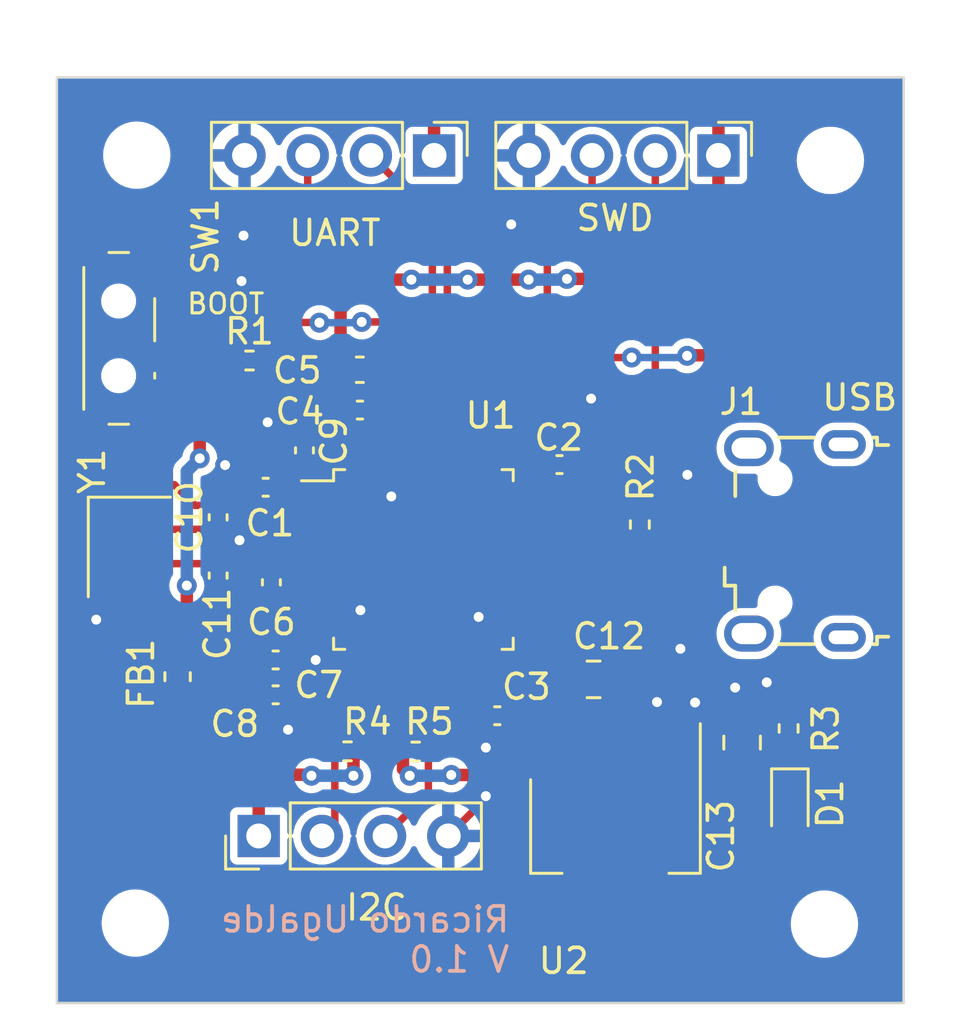
<source format=kicad_pcb>
(kicad_pcb (version 20221018) (generator pcbnew)
  (layers (0 "F.Cu" signal) (31 "B.Cu" power) (34 "B.Paste" user) (35 "F.Paste" user) (36 "B.SilkS" user "B.Silkscreen") (37 "F.SilkS" user "F.Silkscreen") (38 "B.Mask" user) (39 "F.Mask" user) (44 "Edge.Cuts" user))
  (net 0 "")
  (net 1 "+3.3V")
  (net 2 "GND")
  (net 3 "+3.3VA")
  (net 4 "/NRST")
  (net 5 "/HSE_IN")
  (net 6 "/HSE_OUT")
  (net 7 "VBUS")
  (net 8 "/PWR_LED_K")
  (net 9 "/USB_D-")
  (net 10 "/USB_D+")
  (net 13 "/SWDIO")
  (net 14 "/SWCLK")
  (net 15 "/USART1_TX")
  (net 16 "/USART1_DX")
  (net 17 "/I2C2_SCL")
  (net 18 "/I2C2_SDA")
  (net 19 "/SW_BOOT0")
  (net 20 "/BOOT0")
  (footprint "Capacitor_SMD:C_0402_1005Metric" (layer "F.Cu") (at 59.14 56.16 180)
    (fp_text reference "C3" (at -1.17 1.16) (layer "F.SilkS"))
    (fp_text value "100n")
    (pad "1" smd roundrect (at -0.48 0 180) (size 0.56 0.62) (layers "F.Cu" "F.Paste" "F.Mask") (net 1 "+3.3V"))
    (pad "2" smd roundrect (at 0.48 0 180) (size 0.56 0.62) (layers "F.Cu" "F.Paste" "F.Mask") (net 2 "GND"))
  )
  (footprint "Resistor_SMD:R_0402_1005Metric" (layer "F.Cu") (at 49.18 41.89)
    (fp_text reference "R1" (at 0 -1.17) (layer "F.SilkS"))
    (fp_text value "10K")
    (pad "1" smd roundrect (at -0.51 0) (size 0.54 0.64) (layers "F.Cu" "F.Paste" "F.Mask") (net 19 "/SW_BOOT0"))
    (pad "2" smd roundrect (at 0.51 0) (size 0.54 0.64) (layers "F.Cu" "F.Paste" "F.Mask") (net 20 "/BOOT0"))
  )
  (footprint "MountingHole:MountingHole_2.2mm_M2" (layer "F.Cu") (at 72.29 64.53)
    (fp_text reference "H4" hide)
    (fp_text value "MountingHole")
    (pad "" np_thru_hole circle (at 0 0) (size 2.2 2.2) (drill 2.2) (layers "*.Cu" "*.Mask"))
  )
  (footprint "MountingHole:MountingHole_2.2mm_M2" (layer "F.Cu") (at 44.65 33.64)
    (fp_text reference "H1" hide)
    (fp_text value "MountingHole")
    (pad "" np_thru_hole circle (at 0 0) (size 2.2 2.2) (drill 2.2) (layers "*.Cu" "*.Mask"))
  )
  (footprint "Resistor_SMD:R_0402_1005Metric" (layer "F.Cu") (at 64.87 48.48 -90)
    (fp_text reference "R2" (at -1.91 -0.03 90) (layer "F.SilkS"))
    (fp_text value "1k5")
    (pad "1" smd roundrect (at -0.51 0 270) (size 0.54 0.64) (layers "F.Cu" "F.Paste" "F.Mask") (net 1 "+3.3V"))
    (pad "2" smd roundrect (at 0.51 0 270) (size 0.54 0.64) (layers "F.Cu" "F.Paste" "F.Mask") (net 10 "/USB_D+"))
  )
  (footprint "MountingHole:MountingHole_2.2mm_M2" (layer "F.Cu") (at 44.59 64.49)
    (fp_text reference "H3" hide)
    (fp_text value "MountingHole")
    (pad "" np_thru_hole circle (at 0 0) (size 2.2 2.2) (drill 2.2) (layers "*.Cu" "*.Mask"))
  )
  (footprint "Capacitor_SMD:C_0402_1005Metric" (layer "F.Cu") (at 47.92 50.53 90)
    (fp_text reference "C11" (at -1.94 -0.03 90) (layer "F.SilkS"))
    (fp_text value "10p")
    (pad "1" smd roundrect (at -0.48 0 90) (size 0.56 0.62) (layers "F.Cu" "F.Paste" "F.Mask") (net 2 "GND"))
    (pad "2" smd roundrect (at 0.48 0 90) (size 0.56 0.62) (layers "F.Cu" "F.Paste" "F.Mask") (net 6 "/HSE_OUT"))
  )
  (footprint "LED_SMD:LED_0603_1608Metric" (layer "F.Cu") (at 70.9 59.78 -90)
    (fp_text reference "D1" (at -0.08 -1.62 90) (layer "F.SilkS"))
    (fp_text value "LED")
    (pad "1" smd roundrect (at -0.7875 0 270) (size 0.875 0.95) (layers "F.Cu" "F.Paste" "F.Mask") (net 8 "/PWR_LED_K"))
    (pad "2" smd roundrect (at 0.7875 0 270) (size 0.875 0.95) (layers "F.Cu" "F.Paste" "F.Mask") (net 1 "+3.3V"))
  )
  (footprint "Capacitor_SMD:C_0402_1005Metric" (layer "F.Cu") (at 50.23 53.92)
    (fp_text reference "C7" (at 1.73 1.01) (layer "F.SilkS"))
    (fp_text value "1u")
    (pad "1" smd roundrect (at -0.48 0) (size 0.56 0.62) (layers "F.Cu" "F.Paste" "F.Mask") (net 3 "+3.3VA"))
    (pad "2" smd roundrect (at 0.48 0) (size 0.56 0.62) (layers "F.Cu" "F.Paste" "F.Mask") (net 2 "GND"))
  )
  (footprint "Capacitor_SMD:C_0603_1608Metric" (layer "F.Cu") (at 53.615 42.26)
    (fp_text reference "C5" (at -2.515 0.03) (layer "F.SilkS"))
    (fp_text value "10u")
    (pad "1" smd roundrect (at -0.775 0) (size 0.9 0.95) (layers "F.Cu" "F.Paste" "F.Mask") (net 1 "+3.3V"))
    (pad "2" smd roundrect (at 0.775 0) (size 0.9 0.95) (layers "F.Cu" "F.Paste" "F.Mask") (net 2 "GND"))
  )
  (footprint "Capacitor_SMD:C_0402_1005Metric" (layer "F.Cu") (at 47.92 48.19 90)
    (fp_text reference "C10" (at 0 -1.16 90) (layer "F.SilkS"))
    (fp_text value "10p")
    (pad "1" smd roundrect (at -0.48 0 90) (size 0.56 0.62) (layers "F.Cu" "F.Paste" "F.Mask") (net 2 "GND"))
    (pad "2" smd roundrect (at 0.48 0 90) (size 0.56 0.62) (layers "F.Cu" "F.Paste" "F.Mask") (net 5 "/HSE_IN"))
  )
  (footprint "Connector_PinHeader_2.54mm:PinHeader_1x04_P2.54mm_Vertical" (layer "F.Cu") (at 68.03 33.65 -90)
    (fp_text reference "J2" hide)
    (fp_text value "Conn_01x04_Pin")
    (pad "1" thru_hole rect (at 0 0 270) (size 1.7 1.7) (drill 1) (layers "*.Cu" "*.Mask") (net 1 "+3.3V"))
    (pad "2" thru_hole oval (at 0 2.54 270) (size 1.7 1.7) (drill 1) (layers "*.Cu" "*.Mask") (net 13 "/SWDIO"))
    (pad "3" thru_hole oval (at 0 5.08 270) (size 1.7 1.7) (drill 1) (layers "*.Cu" "*.Mask") (net 14 "/SWCLK"))
    (pad "4" thru_hole oval (at 0 7.62 270) (size 1.7 1.7) (drill 1) (layers "*.Cu" "*.Mask") (net 2 "GND"))
  )
  (footprint "Resistor_SMD:R_0402_1005Metric" (layer "F.Cu") (at 70.85 56.67 90)
    (fp_text reference "R3" (at -0.02 1.49 90) (layer "F.SilkS"))
    (fp_text value "1k5")
    (pad "1" smd roundrect (at -0.51 0 90) (size 0.54 0.64) (layers "F.Cu" "F.Paste" "F.Mask") (net 8 "/PWR_LED_K"))
    (pad "2" smd roundrect (at 0.51 0 90) (size 0.54 0.64) (layers "F.Cu" "F.Paste" "F.Mask") (net 2 "GND"))
  )
  (footprint "Package_TO_SOT_SMD:SOT-223-3_TabPin2" (layer "F.Cu") (at 63.89 60.58 -90)
    (fp_text reference "U2" (at 5.43 2.08 -180) (layer "F.SilkS"))
    (fp_text value "AMS1117-3.3")
    (pad "1" smd rect (at -3.15 -2.3 270) (size 2 1.5) (layers "F.Cu" "F.Paste" "F.Mask") (net 2 "GND"))
    (pad "2" smd rect (at -3.15 0 270) (size 2 1.5) (layers "F.Cu" "F.Paste" "F.Mask") (net 1 "+3.3V"))
    (pad "2" smd rect (at 3.15 0 270) (size 2 3.8) (layers "F.Cu" "F.Paste" "F.Mask") (net 1 "+3.3V"))
    (pad "3" smd rect (at -3.15 2.3 270) (size 2 1.5) (layers "F.Cu" "F.Paste" "F.Mask") (net 7 "VBUS"))
  )
  (footprint "Resistor_SMD:R_0402_1005Metric" (layer "F.Cu") (at 55.86 57.6)
    (fp_text reference "R5" (at 0.55 -1.2) (layer "F.SilkS"))
    (fp_text value "1K5")
    (pad "1" smd roundrect (at -0.51 0) (size 0.54 0.64) (layers "F.Cu" "F.Paste" "F.Mask") (net 1 "+3.3V"))
    (pad "2" smd roundrect (at 0.51 0) (size 0.54 0.64) (layers "F.Cu" "F.Paste" "F.Mask") (net 18 "/I2C2_SDA"))
  )
  (footprint "Capacitor_SMD:C_0805_2012Metric" (layer "F.Cu") (at 68.98 57.24 90)
    (fp_text reference "C13" (at -3.76 -0.85 90) (layer "F.SilkS"))
    (fp_text value "22u")
    (pad "1" smd roundrect (at -0.95 0 90) (size 1 1.45) (layers "F.Cu" "F.Paste" "F.Mask") (net 1 "+3.3V"))
    (pad "2" smd roundrect (at 0.95 0 90) (size 1 1.45) (layers "F.Cu" "F.Paste" "F.Mask") (net 2 "GND"))
  )
  (footprint "Button_Switch_SMD:SW_SPDT_PCM12" (layer "F.Cu") (at 44.25 41 -90)
    (fp_text reference "SW1" (at -4.09 -3.16 90) (layer "F.SilkS"))
    (fp_text value "SW_SPDT")
    (pad "" smd rect (at -3.65 -0.78 270) (size 1 0.8) (layers "F.Cu" "F.Paste" "F.Mask"))
    (pad "" smd rect (at -3.65 1.43 270) (size 1 0.8) (layers "F.Cu" "F.Paste" "F.Mask"))
    (pad "" np_thru_hole circle (at -1.5 0.33 270) (size 0.9 0.9) (drill 0.9) (layers "*.Cu" "*.Mask"))
    (pad "" np_thru_hole circle (at 1.5 0.33 270) (size 0.9 0.9) (drill 0.9) (layers "*.Cu" "*.Mask"))
    (pad "" smd rect (at 3.65 -0.78 270) (size 1 0.8) (layers "F.Cu" "F.Paste" "F.Mask"))
    (pad "" smd rect (at 3.65 1.43 270) (size 1 0.8) (layers "F.Cu" "F.Paste" "F.Mask"))
    (pad "1" smd rect (at -2.25 -1.43 270) (size 0.7 1.5) (layers "F.Cu" "F.Paste" "F.Mask") (net 2 "GND"))
    (pad "2" smd rect (at 0.75 -1.43 270) (size 0.7 1.5) (layers "F.Cu" "F.Paste" "F.Mask") (net 19 "/SW_BOOT0"))
    (pad "3" smd rect (at 2.25 -1.43 270) (size 0.7 1.5) (layers "F.Cu" "F.Paste" "F.Mask") (net 1 "+3.3V"))
  )
  (footprint "Capacitor_SMD:C_0402_1005Metric" (layer "F.Cu") (at 61.64 46.07)
    (fp_text reference "C2" (at -0.03 -1.08) (layer "F.SilkS"))
    (fp_text value "100n")
    (pad "1" smd roundrect (at -0.48 0) (size 0.56 0.62) (layers "F.Cu" "F.Paste" "F.Mask") (net 1 "+3.3V"))
    (pad "2" smd roundrect (at 0.48 0) (size 0.56 0.62) (layers "F.Cu" "F.Paste" "F.Mask") (net 2 "GND"))
  )
  (footprint "MountingHole:MountingHole_2.2mm_M2" (layer "F.Cu") (at 72.53 33.85)
    (fp_text reference "H2" hide)
    (fp_text value "MountingHole")
    (pad "" np_thru_hole circle (at 0 0) (size 2.2 2.2) (drill 2.2) (layers "*.Cu" "*.Mask"))
  )
  (footprint "Inductor_SMD:L_0603_1608Metric" (layer "F.Cu") (at 46.29 54.5925 -90)
    (fp_text reference "FB1" (at -0.1175 1.47 90) (layer "F.SilkS"))
    (fp_text value "120R")
    (pad "1" smd roundrect (at -0.7875 0 270) (size 0.875 0.95) (layers "F.Cu" "F.Paste" "F.Mask") (net 3 "+3.3VA"))
    (pad "2" smd roundrect (at 0.7875 0 270) (size 0.875 0.95) (layers "F.Cu" "F.Paste" "F.Mask") (net 1 "+3.3V"))
  )
  (footprint "Connector_PinHeader_2.54mm:PinHeader_1x04_P2.54mm_Vertical" (layer "F.Cu") (at 56.6 33.65 -90)
    (fp_text reference "J3" hide)
    (fp_text value "Conn_01x04_Pin")
    (pad "1" thru_hole rect (at 0 0 270) (size 1.7 1.7) (drill 1) (layers "*.Cu" "*.Mask") (net 1 "+3.3V"))
    (pad "2" thru_hole oval (at 0 2.54 270) (size 1.7 1.7) (drill 1) (layers "*.Cu" "*.Mask") (net 15 "/USART1_TX"))
    (pad "3" thru_hole oval (at 0 5.08 270) (size 1.7 1.7) (drill 1) (layers "*.Cu" "*.Mask") (net 16 "/USART1_DX"))
    (pad "4" thru_hole oval (at 0 7.62 270) (size 1.7 1.7) (drill 1) (layers "*.Cu" "*.Mask") (net 2 "GND"))
  )
  (footprint "Capacitor_SMD:C_0805_2012Metric" (layer "F.Cu") (at 63.01 54.7)
    (fp_text reference "C12" (at 0.62 -1.73) (layer "F.SilkS"))
    (fp_text value "22u")
    (pad "1" smd roundrect (at -0.95 0) (size 1 1.45) (layers "F.Cu" "F.Paste" "F.Mask") (net 7 "VBUS"))
    (pad "2" smd roundrect (at 0.95 0) (size 1 1.45) (layers "F.Cu" "F.Paste" "F.Mask") (net 2 "GND"))
  )
  (footprint "Connector_PinHeader_2.54mm:PinHeader_1x04_P2.54mm_Vertical" (layer "F.Cu") (at 49.55 60.99 90)
    (fp_text reference "J4" hide)
    (fp_text value "Conn_01x04_Pin")
    (pad "1" thru_hole rect (at 0 0 90) (size 1.7 1.7) (drill 1) (layers "*.Cu" "*.Mask") (net 1 "+3.3V"))
    (pad "2" thru_hole oval (at 0 2.54 90) (size 1.7 1.7) (drill 1) (layers "*.Cu" "*.Mask") (net 17 "/I2C2_SCL"))
    (pad "3" thru_hole oval (at 0 5.08 90) (size 1.7 1.7) (drill 1) (layers "*.Cu" "*.Mask") (net 18 "/I2C2_SDA"))
    (pad "4" thru_hole oval (at 0 7.62 90) (size 1.7 1.7) (drill 1) (layers "*.Cu" "*.Mask") (net 2 "GND"))
  )
  (footprint "Connector_USB:USB_Micro-B_Wuerth_629105150521" (layer "F.Cu") (at 71.105 49.135 90)
    (fp_text reference "J1" (at 5.585 -2.17 180) (layer "F.SilkS"))
    (fp_text value "USB_B_Micro")
    (pad "" np_thru_hole oval (at -2.5 -0.8 90) (size 0.8 0.8) (drill 0.8) (layers "*.Cu" "*.Mask"))
    (pad "" np_thru_hole oval (at 2.5 -0.8 90) (size 0.8 0.8) (drill 0.8) (layers "*.Cu" "*.Mask"))
    (pad "1" smd rect (at -1.3 -1.9 90) (size 0.45 1.3) (layers "F.Cu" "F.Paste" "F.Mask") (net 7 "VBUS"))
    (pad "2" smd rect (at -0.65 -1.9 90) (size 0.45 1.3) (layers "F.Cu" "F.Paste" "F.Mask") (net 9 "/USB_D-"))
    (pad "3" smd rect (at 0 -1.9 90) (size 0.45 1.3) (layers "F.Cu" "F.Paste" "F.Mask") (net 10 "/USB_D+"))
    (pad "4" smd rect (at 0.65 -1.9 90) (size 0.45 1.3) (layers "F.Cu" "F.Paste" "F.Mask"))
    (pad "5" smd rect (at 1.3 -1.9 90) (size 0.45 1.3) (layers "F.Cu" "F.Paste" "F.Mask") (net 2 "GND"))
    (pad "6" thru_hole oval (at -3.875 1.95 90) (size 1.15 1.8) (drill oval 0.55 1.2) (layers "*.Cu" "*.Mask"))
    (pad "6" thru_hole oval (at -3.725 -1.85 90) (size 1.45 2) (drill oval 0.85 1.4) (layers "*.Cu" "*.Mask"))
    (pad "6" thru_hole oval (at 3.725 -1.85 90) (size 1.45 2) (drill oval 0.85 1.4) (layers "*.Cu" "*.Mask"))
    (pad "6" thru_hole oval (at 3.875 1.95 90) (size 1.15 1.8) (drill oval 0.55 1.2) (layers "*.Cu" "*.Mask"))
  )
  (footprint "Capacitor_SMD:C_0402_1005Metric" (layer "F.Cu") (at 53.62 43.88)
    (fp_text reference "C4" (at -2.42 0.06) (layer "F.SilkS"))
    (fp_text value "100n")
    (pad "1" smd roundrect (at -0.48 0) (size 0.56 0.62) (layers "F.Cu" "F.Paste" "F.Mask") (net 1 "+3.3V"))
    (pad "2" smd roundrect (at 0.48 0) (size 0.56 0.62) (layers "F.Cu" "F.Paste" "F.Mask") (net 2 "GND"))
  )
  (footprint "Package_QFP:LQFP-48_7x7mm_P0.5mm" (layer "F.Cu") (at 56.17 49.8825)
    (fp_text reference "U1" (at 2.7 -5.7825) (layer "F.SilkS"))
    (fp_text value "STM32F103C8T6")
    (pad "1" smd roundrect (at -4.1625 -2.75) (size 1.475 0.3) (layers "F.Cu" "F.Paste" "F.Mask") (net 1 "+3.3V"))
    (pad "2" smd roundrect (at -4.1625 -2.25) (size 1.475 0.3) (layers "F.Cu" "F.Paste" "F.Mask"))
    (pad "3" smd roundrect (at -4.1625 -1.75) (size 1.475 0.3) (layers "F.Cu" "F.Paste" "F.Mask"))
    (pad "4" smd roundrect (at -4.1625 -1.25) (size 1.475 0.3) (layers "F.Cu" "F.Paste" "F.Mask"))
    (pad "5" smd roundrect (at -4.1625 -0.75) (size 1.475 0.3) (layers "F.Cu" "F.Paste" "F.Mask") (net 5 "/HSE_IN"))
    (pad "6" smd roundrect (at -4.1625 -0.25) (size 1.475 0.3) (layers "F.Cu" "F.Paste" "F.Mask") (net 6 "/HSE_OUT"))
    (pad "7" smd roundrect (at -4.1625 0.25) (size 1.475 0.3) (layers "F.Cu" "F.Paste" "F.Mask") (net 4 "/NRST"))
    (pad "8" smd roundrect (at -4.1625 0.75) (size 1.475 0.3) (layers "F.Cu" "F.Paste" "F.Mask") (net 2 "GND"))
    (pad "9" smd roundrect (at -4.1625 1.25) (size 1.475 0.3) (layers "F.Cu" "F.Paste" "F.Mask") (net 3 "+3.3VA"))
    (pad "10" smd roundrect (at -4.1625 1.75) (size 1.475 0.3) (layers "F.Cu" "F.Paste" "F.Mask"))
    (pad "11" smd roundrect (at -4.1625 2.25) (size 1.475 0.3) (layers "F.Cu" "F.Paste" "F.Mask"))
    (pad "12" smd roundrect (at -4.1625 2.75) (size 1.475 0.3) (layers "F.Cu" "F.Paste" "F.Mask"))
    (pad "13" smd roundrect (at -2.75 4.1625) (size 0.3 1.475) (layers "F.Cu" "F.Paste" "F.Mask"))
    (pad "14" smd roundrect (at -2.25 4.1625) (size 0.3 1.475) (layers "F.Cu" "F.Paste" "F.Mask"))
    (pad "15" smd roundrect (at -1.75 4.1625) (size 0.3 1.475) (layers "F.Cu" "F.Paste" "F.Mask"))
    (pad "16" smd roundrect (at -1.25 4.1625) (size 0.3 1.475) (layers "F.Cu" "F.Paste" "F.Mask"))
    (pad "17" smd roundrect (at -0.75 4.1625) (size 0.3 1.475) (layers "F.Cu" "F.Paste" "F.Mask"))
    (pad "18" smd roundrect (at -0.25 4.1625) (size 0.3 1.475) (layers "F.Cu" "F.Paste" "F.Mask"))
    (pad "19" smd roundrect (at 0.25 4.1625) (size 0.3 1.475) (layers "F.Cu" "F.Paste" "F.Mask"))
    (pad "20" smd roundrect (at 0.75 4.1625) (size 0.3 1.475) (layers "F.Cu" "F.Paste" "F.Mask"))
    (pad "21" smd roundrect (at 1.25 4.1625) (size 0.3 1.475) (layers "F.Cu" "F.Paste" "F.Mask") (net 17 "/I2C2_SCL"))
    (pad "22" smd roundrect (at 1.75 4.1625) (size 0.3 1.475) (layers "F.Cu" "F.Paste" "F.Mask") (net 18 "/I2C2_SDA"))
    (pad "23" smd roundrect (at 2.25 4.1625) (size 0.3 1.475) (layers "F.Cu" "F.Paste" "F.Mask") (net 2 "GND"))
    (pad "24" smd roundrect (at 2.75 4.1625) (size 0.3 1.475) (layers "F.Cu" "F.Paste" "F.Mask") (net 1 "+3.3V"))
    (pad "25" smd roundrect (at 4.1625 2.75) (size 1.475 0.3) (layers "F.Cu" "F.Paste" "F.Mask"))
    (pad "26" smd roundrect (at 4.1625 2.25) (size 1.475 0.3) (layers "F.Cu" "F.Paste" "F.Mask"))
    (pad "27" smd roundrect (at 4.1625 1.75) (size 1.475 0.3) (layers "F.Cu" "F.Paste" "F.Mask"))
    (pad "28" smd roundrect (at 4.1625 1.25) (size 1.475 0.3) (layers "F.Cu" "F.Paste" "F.Mask"))
    (pad "29" smd roundrect (at 4.1625 0.75) (size 1.475 0.3) (layers "F.Cu" "F.Paste" "F.Mask"))
    (pad "30" smd roundrect (at 4.1625 0.25) (size 1.475 0.3) (layers "F.Cu" "F.Paste" "F.Mask"))
    (pad "31" smd roundrect (at 4.1625 -0.25) (size 1.475 0.3) (layers "F.Cu" "F.Paste" "F.Mask") (net 9 "/USB_D-"))
    (pad "32" smd roundrect (at 4.1625 -0.75) (size 1.475 0.3) (layers "F.Cu" "F.Paste" "F.Mask") (net 10 "/USB_D+"))
    (pad "33" smd roundrect (at 4.1625 -1.25) (size 1.475 0.3) (layers "F.Cu" "F.Paste" "F.Mask") (net 13 "/SWDIO"))
    (pad "34" smd roundrect (at 4.1625 -1.75) (size 1.475 0.3) (layers "F.Cu" "F.Paste" "F.Mask") (net 14 "/SWCLK"))
    (pad "35" smd roundrect (at 4.1625 -2.25) (size 1.475 0.3) (layers "F.Cu" "F.Paste" "F.Mask") (net 2 "GND"))
    (pad "36" smd roundrect (at 4.1625 -2.75) (size 1.475 0.3) (layers "F.Cu" "F.Paste" "F.Mask") (net 1 "+3.3V"))
    (pad "37" smd roundrect (at 2.75 -4.1625) (size 0.3 1.475) (layers "F.Cu" "F.Paste" "F.Mask"))
    (pad "38" smd roundrect (at 2.25 -4.1625) (size 0.3 1.475) (layers "F.Cu" "F.Paste" "F.Mask"))
    (pad "39" smd roundrect (at 1.75 -4.1625) (size 0.3 1.475) (layers "F.Cu" "F.Paste" "F.Mask"))
    (pad "40" smd roundrect (at 1.25 -4.1625) (size 0.3 1.475) (layers "F.Cu" "F.Paste" "F.Mask"))
    (pad "41" smd roundrect (at 0.75 -4.1625) (size 0.3 1.475) (layers "F.Cu" "F.Paste" "F.Mask"))
    (pad "42" smd roundrect (at 0.25 -4.1625) (size 0.3 1.475) (layers "F.Cu" "F.Paste" "F.Mask") (net 15 "/USART1_TX"))
    (pad "43" smd roundrect (at -0.25 -4.1625) (size 0.3 1.475) (layers "F.Cu" "F.Paste" "F.Mask") (net 16 "/USART1_DX"))
    (pad "44" smd roundrect (at -0.75 -4.1625) (size 0.3 1.475) (layers "F.Cu" "F.Paste" "F.Mask") (net 20 "/BOOT0"))
    (pad "45" smd roundrect (at -1.25 -4.1625) (size 0.3 1.475) (layers "F.Cu" "F.Paste" "F.Mask"))
    (pad "46" smd roundrect (at -1.75 -4.1625) (size 0.3 1.475) (layers "F.Cu" "F.Paste" "F.Mask"))
    (pad "47" smd roundrect (at -2.25 -4.1625) (size 0.3 1.475) (layers "F.Cu" "F.Paste" "F.Mask") (net 2 "GND"))
    (pad "48" smd roundrect (at -2.75 -4.1625) (size 0.3 1.475) (layers "F.Cu" "F.Paste" "F.Mask") (net 1 "+3.3V"))
  )
  (footprint "Resistor_SMD:R_0402_1005Metric" (layer "F.Cu") (at 53.12 57.59 180)
    (fp_text reference "R4" (at -0.8 1.19) (layer "F.SilkS"))
    (fp_text value "1K5")
    (pad "1" smd roundrect (at -0.51 0 180) (size 0.54 0.64) (layers "F.Cu" "F.Paste" "F.Mask") (net 1 "+3.3V"))
    (pad "2" smd roundrect (at 0.51 0 180) (size 0.54 0.64) (layers "F.Cu" "F.Paste" "F.Mask") (net 17 "/I2C2_SCL"))
  )
  (footprint "Crystal:Crystal_SMD_3225-4Pin_3.2x2.5mm" (layer "F.Cu") (at 44.35 49.38 -90)
    (fp_text reference "Y1" (at -3.04 1.5 90) (layer "F.SilkS"))
    (fp_text value "16MHz")
    (pad "1" smd rect (at -1.1 0.85 270) (size 1.4 1.2) (layers "F.Cu" "F.Paste" "F.Mask") (net 5 "/HSE_IN"))
    (pad "2" smd rect (at 1.1 0.85 270) (size 1.4 1.2) (layers "F.Cu" "F.Paste" "F.Mask") (net 2 "GND"))
    (pad "3" smd rect (at 1.1 -0.85 270) (size 1.4 1.2) (layers "F.Cu" "F.Paste" "F.Mask") (net 6 "/HSE_OUT"))
    (pad "4" smd rect (at -1.1 -0.85 270) (size 1.4 1.2) (layers "F.Cu" "F.Paste" "F.Mask") (net 2 "GND"))
  )
  (footprint "Capacitor_SMD:C_0402_1005Metric" (layer "F.Cu") (at 51.39 45.5 90)
    (fp_text reference "C9" (at 0.37 1.18 90) (layer "F.SilkS"))
    (fp_text value "100n")
    (pad "1" smd roundrect (at -0.48 0 90) (size 0.56 0.62) (layers "F.Cu" "F.Paste" "F.Mask") (net 4 "/NRST"))
    (pad "2" smd roundrect (at 0.48 0 90) (size 0.56 0.62) (layers "F.Cu" "F.Paste" "F.Mask") (net 2 "GND"))
  )
  (footprint "Capacitor_SMD:C_0402_1005Metric" (layer "F.Cu") (at 50.23 55.32)
    (fp_text reference "C8" (at -1.64 1.17) (layer "F.SilkS"))
    (fp_text value "1u")
    (pad "1" smd roundrect (at -0.48 0) (size 0.56 0.62) (layers "F.Cu" "F.Paste" "F.Mask") (net 1 "+3.3V"))
    (pad "2" smd roundrect (at 0.48 0) (size 0.56 0.62) (layers "F.Cu" "F.Paste" "F.Mask") (net 2 "GND"))
  )
  (footprint "Capacitor_SMD:C_0402_1005Metric" (layer "F.Cu") (at 49.83 46.98 180)
    (fp_text reference "C1" (at -0.17 -1.45) (layer "F.SilkS"))
    (fp_text value "100n")
    (pad "1" smd roundrect (at -0.48 0 180) (size 0.56 0.62) (layers "F.Cu" "F.Paste" "F.Mask") (net 1 "+3.3V"))
    (pad "2" smd roundrect (at 0.48 0 180) (size 0.56 0.62) (layers "F.Cu" "F.Paste" "F.Mask") (net 2 "GND"))
  )
  (footprint "Capacitor_SMD:C_0402_1005Metric" (layer "F.Cu") (at 50.06 50.8 90)
    (fp_text reference "C6" (at -1.6 0 180) (layer "F.SilkS"))
    (fp_text value "10n")
    (pad "1" smd roundrect (at -0.48 0 90) (size 0.56 0.62) (layers "F.Cu" "F.Paste" "F.Mask") (net 3 "+3.3VA"))
    (pad "2" smd roundrect (at 0.48 0 90) (size 0.56 0.62) (layers "F.Cu" "F.Paste" "F.Mask") (net 2 "GND"))
  )
  (gr_rect (start 41.44 30.52) (end 75.47 67.7) (stroke (width 0.1)) (fill none) (layer "Edge.Cuts"))
  (gr_text "Ricardo Ugalde\nV 1.0\n" (at 59.71 66.54) (layer "B.SilkS") (effects (font (size 1 1)) (justify left bottom mirror)))
  (gr_text "I2C\n" (at 52.97 64.45) (layer "F.SilkS") (effects (font (size 1 1)) (justify left bottom)))
  (gr_text "USB\n" (at 72.11 43.96) (layer "F.SilkS") (effects (font (size 1 1)) (justify left bottom)))
  (gr_text "BOOT" (at 46.6 40.08) (layer "F.SilkS") (effects (font (size 0.8 0.8) (thickness 0.125) bold) (justify left bottom)))
  (gr_text "UART\n" (at 50.68 37.35) (layer "F.SilkS") (effects (font (size 1 1)) (justify left bottom)))
  (gr_text "SWD\n" (at 62.23 36.75) (layer "F.SilkS") (effects (font (size 1 1)) (justify left bottom)))
  (segment (start 65.07 59.54) (end 67.63 59.54) (width 0.3) (layer "F.Cu") (net 1))
  (segment (start 49.75 58.58) (end 49.55 58.78) (width 0.5) (layer "F.Cu") (net 1))
  (segment (start 62.91 38.61) (end 63.26 38.96) (width 0.5) (layer "F.Cu") (net 1))
  (segment (start 61.16 46.07) (end 61.16 45.15) (width 0.3) (layer "F.Cu") (net 1))
  (segment (start 68.03 41.68) (end 66.79 41.68) (width 0.5) (layer "F.Cu") (net 1))
  (segment (start 67.98 31.53) (end 68.16 31.71) (width 0.5) (layer "F.Cu") (net 1))
  (segment (start 63.89 58.36) (end 65.07 59.54) (width 0.3) (layer "F.Cu") (net 1))
  (segment (start 53.36 58.57) (end 53.36 57.86) (width 0.5) (layer "F.Cu") (net 1))
  (segment (start 68.16 31.71) (end 68.03 31.84) (width 0.5) (layer "F.Cu") (net 1))
  (segment (start 51.63 58.53) (end 51.67 58.57) (width 0.5) (layer "F.Cu") (net 1))
  (segment (start 53.27 39.41) (end 54.04 38.64) (width 0.5) (layer "F.Cu") (net 1))
  (segment (start 68.9825 60.5675) (end 68.98 60.57) (width 0.5) (layer "F.Cu") (net 1))
  (segment (start 57.29 58.54) (end 59.6 58.54) (width 0.5) (layer "F.Cu") (net 1))
  (segment (start 52.0075 47.1325) (end 50.4625 47.1325) (width 0.3) (layer "F.Cu") (net 1))
  (segment (start 53.42 45.72) (end 53.42 44.92) (width 0.3) (layer "F.Cu") (net 1))
  (segment (start 47.25 43.25) (end 50.31 46.31) (width 0.5) (layer "F.Cu") (net 1))
  (segment (start 61.16 45.15) (end 61.96 44.35) (width 0.3) (layer "F.Cu") (net 1))
  (segment (start 48.56 43.25) (end 48.7 43.11) (width 0.5) (layer "F.Cu") (net 1))
  (segment (start 63.26 41.77) (end 64.54 41.77) (width 0.3) (layer "F.Cu") (net 1))
  (segment (start 59.62 58.52) (end 59.6 58.54) (width 0.3) (layer "F.Cu") (net 1))
  (segment (start 56.79 31.53) (end 67.98 31.53) (width 0.5) (layer "F.Cu") (net 1))
  (segment (start 52.84 42.26) (end 52.84 43.58) (width 0.5) (layer "F.Cu") (net 1))
  (segment (start 46.35 55.32) (end 46.29 55.38) (width 0.5) (layer "F.Cu") (net 1))
  (segment (start 59.62 55.64) (end 59.62 56.16) (width 0.3) (layer "F.Cu") (net 1))
  (segment (start 53.64 57.6) (end 53.63 57.59) (width 0.5) (layer "F.Cu") (net 1))
  (segment (start 60.3325 47.1325) (end 60.3325 46.8975) (width 0.3) (layer "F.Cu") (net 1))
  (segment (start 44.87 55.38) (end 44.43 54.94) (width 0.5) (layer "F.Cu") (net 1))
  (segment (start 45.68 43.25) (end 47.25 43.25) (width 0.5) (layer "F.Cu") (net 1))
  (segment (start 47.18 43.32) (end 47.25 43.25) (width 0.5) (layer "F.Cu") (net 1))
  (segment (start 55.35 58.3) (end 55.62 58.57) (width 0.5) (layer "F.Cu") (net 1))
  (segment (start 49.75 55.32) (end 49.75 58.58) (width 0.5) (layer "F.Cu") (net 1))
  (segment (start 68.35 63.73) (end 63.89 63.73) (width 0.5) (layer "F.Cu") (net 1))
  (segment (start 55.35 57.6) (end 53.64 57.6) (width 0.5) (layer "F.Cu") (net 1))
  (segment (start 44.43 52.6) (end 44.54 52.49) (width 0.5) (layer "F.Cu") (net 1))
  (segment (start 63.26 38.96) (end 63.26 41.77) (width 0.5) (layer "F.Cu") (net 1))
  (segment (start 68.03 42.3) (end 64.84 45.49) (width 0.5) (layer "F.Cu") (net 1))
  (segment (start 46.66 51.93) (end 46.66 50.93) (width 0.5) (layer "F.Cu") (net 1))
  (segment (start 68.03 33.65) (end 68.03 41.68) (width 0.5) (layer "F.Cu") (net 1))
  (segment (start 62.14 41.77) (end 63.26 41.77) (width 0.3) (layer "F.Cu") (net 1))
  (segment (start 61.94 38.61) (end 62.91 38.61) (width 0.5) (layer "F.Cu") (net 1))
  (segment (start 52.84 43.58) (end 53.14 43.88) (width 0.5) (layer "F.Cu") (net 1))
  (segment (start 64.87 45.52) (end 64.87 47.97) (width 0.5) (layer "F.Cu") (net 1))
  (segment (start 50.31 46.31) (end 50.31 46.98) (width 0.5) (layer "F.Cu") (net 1))
  (segment (start 52.84 39.84) (end 53.27 39.41) (width 0.5) (layer "F.Cu") (net 1))
  (segment (start 68.98 63.1) (end 68.35 63.73) (width 0.5) (layer "F.Cu") (net 1))
  (segment (start 59.6 58.54) (end 59.62 58.56) (width 0.3) (layer "F.Cu") (net 1))
  (segment (start 56.6 33.65) (end 56.6 31.72) (width 0.5) (layer "F.Cu") (net 1))
  (segment (start 68.98 60.57) (end 68.98 63.1) (width 0.5) (layer "F.Cu") (net 1))
  (segment (start 44.54 52.49) (end 46.1 52.49) (width 0.5) (layer "F.Cu") (net 1))
  (segment (start 68.98 58.19) (end 68.98 60.57) (width 0.5) (layer "F.Cu") (net 1))
  (segment (start 60.3325 46.8975) (end 61.16 46.07) (width 0.3) (layer "F.Cu") (net 1))
  (segment (start 53.42 45.72) (end 53.42 44.91) (width 0.3) (layer "F.Cu") (net 1))
  (segment (start 55.35 57.6) (end 55.35 58.3) (width 0.5) (layer "F.Cu") (net 1))
  (segment (start 66.79 41.68) (end 66.77 41.7) (width 0.5) (layer "F.Cu") (net 1))
  (segment (start 52.84 42.26) (end 52.84 39.84) (width 0.5) (layer "F.Cu") (net 1))
  (segment (start 63.89 57.43) (end 63.89 58.36) (width 0.3) (layer "F.Cu") (net 1))
  (segment (start 50.4625 47.1325) (end 50.31 46.98) (width 0.3) (layer "F.Cu") (net 1))
  (segment (start 49.55 60.99) (end 49.55 58.78) (width 0.5) (layer "F.Cu") (net 1))
  (segment (start 54.04 38.64) (end 55.69 38.64) (width 0.5) (layer "F.Cu") (net 1))
  (segment (start 48.7 43.11) (end 51.99 43.11) (width 0.5) (layer "F.Cu") (net 1))
  (segment (start 49.75 55.32) (end 46.35 55.32) (width 0.5) (layer "F.Cu") (net 1))
  (segment (start 68.03 41.68) (end 68.03 42.3) (width 0.5) (layer "F.Cu") (net 1))
  (segment (start 53.36 57.86) (end 53.63 57.59) (width 0.5) (layer "F.Cu") (net 1))
  (segment (start 58.92 54.045) (end 58.92 54.94) (width 0.3) (layer "F.Cu") (net 1))
  (segment (start 60.48 63.73) (end 63.89 63.73) (width 0.3) (layer "F.Cu") (net 1))
  (segment (start 46.29 55.38) (end 44.87 55.38) (width 0.5) (layer "F.Cu") (net 1))
  (segment (start 47.18 45.82) (end 47.18 43.32) (width 0.5) (layer "F.Cu") (net 1))
  (segment (start 59.62 62.87) (end 60.48 63.73) (width 0.3) (layer "F.Cu") (net 1))
  (segment (start 46.5 52.09) (end 46.66 51.93) (width 0.5) (layer "F.Cu") (net 1))
  (segment (start 56.6 31.72) (end 56.79 31.53) (width 0.5) (layer "F.Cu") (net 1))
  (segment (start 47.25 43.25) (end 48.56 43.25) (width 0.5) (layer "F.Cu") (net 1))
  (segment (start 49.55 58.78) (end 49.8 58.53) (width 0.5) (layer "F.Cu") (net 1))
  (segment (start 53.06 44.56) (end 53.14 44.48) (width 0.3) (layer "F.Cu") (net 1))
  (segment (start 49.8 58.53) (end 51.63 58.53) (width 0.5) (layer "F.Cu") (net 1))
  (segment (start 59.62 58.56) (end 59.62 62.87) (width 0.3) (layer "F.Cu") (net 1))
  (segment (start 61.96 44.35) (end 61.96 41.95) (width 0.3) (layer "F.Cu") (net 1))
  (segment (start 68.03 31.84) (end 68.03 33.65) (width 0.5) (layer "F.Cu") (net 1))
  (segment (start 51.99 43.11) (end 52.84 42.26) (width 0.5) (layer "F.Cu") (net 1))
  (segment (start 59.62 56.16) (end 59.62 58.52) (width 0.3) (layer "F.Cu") (net 1))
  (segment (start 57.95 38.64) (end 60.4 38.64) (width 0.5) (layer "F.Cu") (net 1))
  (segment (start 44.43 54.94) (end 44.43 52.6) (width 0.5) (layer "F.Cu") (net 1))
  (segment (start 53.14 44.48) (end 53.14 43.88) (width 0.3) (layer "F.Cu") (net 1))
  (segment (start 67.63 59.54) (end 68.98 58.19) (width 0.3) (layer "F.Cu") (net 1))
  (segment (start 46.1 52.49) (end 46.5 52.09) (width 0.5) (layer "F.Cu") (net 1))
  (segment (start 53.42 44.92) (end 53.06 44.56) (width 0.3) (layer "F.Cu") (net 1))
  (segment (start 61.96 41.95) (end 62.14 41.77) (width 0.3) (layer "F.Cu") (net 1))
  (segment (start 70.9 60.5675) (end 68.9825 60.5675) (width 0.5) (layer "F.Cu") (net 1))
  (segment (start 64.84 45.49) (end 64.87 45.52) (width 0.5) (layer "F.Cu") (net 1))
  (segment (start 58.92 54.94) (end 59.62 55.64) (width 0.3) (layer "F.Cu") (net 1))
  (via (at 64.54 41.77) (size 0.8) (drill 0.4) (layers "F.Cu" "B.Cu") (net 1))
  (via (at 55.69 38.64) (size 0.8) (drill 0.4) (layers "F.Cu" "B.Cu") (net 1))
  (via (at 47.18 45.82) (size 0.8) (drill 0.4) (layers "F.Cu" "B.Cu") (net 1))
  (via (at 66.77 41.7) (size 0.8) (drill 0.4) (layers "F.Cu" "B.Cu") (net 1))
  (via (at 57.95 38.64) (size 0.8) (drill 0.4) (layers "F.Cu" "B.Cu") (net 1))
  (via (at 55.62 58.57) (size 0.8) (drill 0.4) (layers "F.Cu" "B.Cu") (net 1))
  (via (at 51.67 58.57) (size 0.8) (drill 0.4) (layers "F.Cu" "B.Cu") (net 1))
  (via (at 57.29 58.54) (size 0.8) (drill 0.4) (layers "F.Cu" "B.Cu") (net 1))
  (via (at 60.4 38.64) (size 0.8) (drill 0.4) (layers "F.Cu" "B.Cu") (net 1))
  (via (at 53.36 58.57) (size 0.8) (drill 0.4) (layers "F.Cu" "B.Cu") (net 1))
  (via (at 61.94 38.61) (size 0.8) (drill 0.4) (layers "F.Cu" "B.Cu") (net 1))
  (via (at 46.66 50.93) (size 0.8) (drill 0.4) (layers "F.Cu" "B.Cu") (net 1))
  (segment (start 60.4 38.64) (end 61.91 38.64) (width 0.5) (layer "B.Cu") (net 1))
  (segment (start 51.67 58.57) (end 53.31 58.57) (width 0.5) (layer "B.Cu") (net 1))
  (segment (start 53.34 58.6) (end 53.36 58.58) (width 0.5) (layer "B.Cu") (net 1))
  (segment (start 55.62 58.57) (end 57.26 58.57) (width 0.5) (layer "B.Cu") (net 1))
  (segment (start 57.26 58.57) (end 57.29 58.54) (width 0.5) (layer "B.Cu") (net 1))
  (segment (start 53.31 58.57) (end 53.34 58.6) (width 0.5) (layer "B.Cu") (net 1))
  (segment (start 61.91 38.64) (end 61.94 38.61) (width 0.5) (layer "B.Cu") (net 1))
  (segment (start 64.54 41.77) (end 66.7 41.77) (width 0.3) (layer "B.Cu") (net 1))
  (segment (start 46.66 50.93) (end 46.66 46.34) (width 0.5) (layer "B.Cu") (net 1))
  (segment (start 66.7 41.77) (end 66.77 41.7) (width 0.3) (layer "B.Cu") (net 1))
  (segment (start 53.36 58.58) (end 53.36 58.57) (width 0.5) (layer "B.Cu") (net 1))
  (segment (start 46.66 46.34) (end 47.18 45.82) (width 0.5) (layer "B.Cu") (net 1))
  (segment (start 55.69 38.64) (end 57.95 38.64) (width 0.5) (layer "B.Cu") (net 1))
  (segment (start 53.92 45.72) (end 53.92 46.56062) (width 0.3) (layer "F.Cu") (net 2))
  (segment (start 53.92 46.56062) (end 54.70938 47.35) (width 0.3) (layer "F.Cu") (net 2))
  (segment (start 48.98 36.83) (end 48.94 36.87) (width 0.3) (layer "F.Cu") (net 2))
  (segment (start 70.85 56.16) (end 70.85 55.7) (width 0.3) (layer "F.Cu") (net 2))
  (segment (start 43.5 50.48) (end 43.5 51.82) (width 0.3) (layer "F.Cu") (net 2))
  (segment (start 61.66 47.14562) (end 61.66 47.03) (width 0.3) (layer "F.Cu") (net 2))
  (segment (start 52.0075 50.6325) (end 51.16688 50.6325) (width 0.3) (layer "F.Cu") (net 2))
  (segment (start 54.1 44.68) (end 54.1 43.88) (width 0.3) (layer "F.Cu") (net 2))
  (segment (start 54.70938 47.35) (end 54.88 47.35) (width 0.3) (layer "F.Cu") (net 2))
  (segment (start 47.92 51.01) (end 49.060001 51.01) (width 0.3) (layer "F.Cu") (net 2))
  (segment (start 60.41 35.71) (end 59.7 36.42) (width 0.3) (layer "F.Cu") (net 2))
  (segment (start 60.3325 47.6325) (end 61.17312 47.6325) (width 0.3) (layer "F.Cu") (net 2))
  (segment (start 58.42 55.92) (end 58.66 56.16) (width 0.3) (layer "F.Cu") (net 2))
  (segment (start 45.59 48.67) (end 47.92 48.67) (width 0.3) (layer "F.Cu") (net 2))
  (segment (start 61.17312 47.6325) (end 61.66 47.14562) (width 0.3) (layer "F.Cu") (net 2))
  (segment (start 70.85 55.7) (end 69.97 54.82) (width 0.3) (layer "F.Cu") (net 2))
  (segment (start 66.19 57.43) (end 66.19 56.24) (width 0.3) (layer "F.Cu") (net 2))
  (segment (start 62.2 47) (end 62.12 46.92) (width 0.3) (layer "F.Cu") (net 2))
  (segment (start 67.09 56.53) (end 67.09 55.63) (width 0.3) (layer "F.Cu") (net 2))
  (segment (start 48.98 33.65) (end 48.98 36.83) (width 0.3) (layer "F.Cu") (net 2))
  (segment (start 48.81 38.75) (end 45.68 38.75) (width 0.3) (layer "F.Cu") (net 2))
  (segment (start 58.66 57.42) (end 58.68 57.44) (width 0.3) (layer "F.Cu") (net 2))
  (segment (start 50.71 53.92) (end 51.84 53.92) (width 0.3) (layer "F.Cu") (net 2))
  (segment (start 58.66 56.16) (end 58.66 57.42) (width 0.3) (layer "F.Cu") (net 2))
  (segment (start 62.17 47.03) (end 62.2 47) (width 0.3) (layer "F.Cu") (net 2))
  (segment (start 58.42 54.045) (end 58.42 55.92) (width 0.3) (layer "F.Cu") (net 2))
  (segment (start 53.92 45.72) (end 53.92 44.86) (width 0.3) (layer "F.Cu") (net 2))
  (segment (start 58.42 52.22) (end 58.39 52.19) (width 0.3) (layer "F.Cu") (net 2))
  (segment (start 50.87 50.34) (end 50.85 50.32) (width 0.3) (layer "F.Cu") (net 2))
  (segment (start 60.41 33.65) (end 60.41 35.71) (width 0.3) (layer "F.Cu") (net 2))
  (segment (start 45.2 48.28) (end 45.59 48.67) (width 0.3) (layer "F.Cu") (net 2))
  (segment (start 54.39 42.26) (end 54.39 43.59) (width 0.5) (layer "F.Cu") (net 2))
  (segment (start 51.39 45.02) (end 50.56 45.02) (width 0.3) (layer "F.Cu") (net 2))
  (segment (start 62.12 46.92) (end 62.12 46.07) (width 0.3) (layer "F.Cu") (net 2))
  (segment (start 53.64 51.42438) (end 53.64 51.92) (width 0.3) (layer "F.Cu") (net 2))
  (segment (start 58.42 54.045) (end 58.42 52.22) (width 0.3) (layer "F.Cu") (net 2))
  (segment (start 52.0075 50.6325) (end 52.84812 50.6325) (width 0.3) (layer "F.Cu") (net 2))
  (segment (start 49.060001 51.01) (end 49.750001 50.32) (width 0.3) (layer "F.Cu") (net 2))
  (segment (start 53.92 44.86) (end 54.1 44.68) (width 0.3) (layer "F.Cu") (net 2))
  (segment (start 50.87438 50.34) (end 50.87 50.34) (width 0.3) (layer "F.Cu") (net 2))
  (segment (start 49.09 46.98) (end 48.2 46.09) (width 0.3) (layer "F.Cu") (net 2))
  (segment (start 68.135 47.835) (end 66.78 46.48) (width 0.3) (layer "F.Cu") (net 2))
  (segment (start 43.5 51.82) (end 43.02 52.3) (width 0.3) (layer "F.Cu") (net 2))
  (segment (start 50.71 55.32) (end 50.71 56.7) (width 0.3) (layer "F.Cu") (net 2))
  (segment (start 68.98 55.31) (end 68.7 55.03) (width 0.3) (layer "F.Cu") (net 2))
  (segment (start 48.34 48.67) (end 48.78 49.11) (width 0.3) (layer "F.Cu") (net 2))
  (segment (start 47.92 48.67) (end 48.34 48.67) (width 0.3) (layer "F.Cu") (net 2))
  (segment (start 68.98 56.29) (end 68.98 55.31) (width 0.3) (layer "F.Cu") (net 2))
  (segment (start 51.16688 50.6325) (end 50.87438 50.34) (width 0.3) (layer "F.Cu") (net 2))
  (segment (start 49.750001 50.32) (end 50.06 50.32) (width 0.3) (layer "F.Cu") (net 2))
  (segment (start 58.68 59.39) (end 58.68 59.48) (width 0.3) (layer "F.Cu") (net 2))
  (segment (start 50.71 56.7) (end 50.73 56.72) (width 0.3) (layer "F.Cu") (net 2))
  (segment (start 63.96 54.7) (end 65.19 53.47) (width 0.3) (layer "F.Cu") (net 2))
  (segment (start 69.205 47.835) (end 68.135 47.835) (width 0.3) (layer "F.Cu") (net 2))
  (segment (start 62.12 45.62) (end 62.91 44.83) (width 0.3) (layer "F.Cu") (net 2))
  (segment (start 49.35 46.98) (end 49.09 46.98) (width 0.3) (layer "F.Cu") (net 2))
  (segment (start 62.91 44.83) (end 62.91 43.42) (width 0.3) (layer "F.Cu") (net 2))
  (segment (start 65.19 53.47) (end 66.5 53.47) (width 0.3) (layer "F.Cu") (net 2))
  (segment (start 54.39 43.59) (end 54.1 43.88) (width 0.5) (layer "F.Cu") (net 2))
  (segment (start 61.66 47.03) (end 62.17 47.03) (width 0.3) (layer "F.Cu") (net 2))
  (segment (start 58.68 59.48) (end 57.17 60.99) (width 0.3) (layer "F.Cu") (net 2))
  (segment (start 48.86 38.7) (end 48.81 38.75) (width 0.3) (layer "F.Cu") (net 2))
  (segment (start 66.19 57.43) (end 67.09 56.53) (width 0.3) (layer "F.Cu") (net 2))
  (segment (start 66.19 56.24) (end 65.56 55.61) (width 0.3) (layer "F.Cu") (net 2))
  (segment (start 50.85 50.32) (end 50.06 50.32) (width 0.3) (layer "F.Cu") (net 2))
  (segment (start 62.12 46.07) (end 62.12 45.62) (width 0.3) (layer "F.Cu") (net 2))
  (segment (start 52.84812 50.6325) (end 53.64 51.42438) (width 0.3) (layer "F.Cu") (net 2))
  (segment (start 50.56 45.02) (end 49.91 44.37) (width 0.3) (layer "F.Cu") (net 2))
  (via (at 53.64 51.92) (size 0.8) (drill 0.4) (layers "F.Cu" "B.Cu") (net 2))
  (via (at 49.91 44.37) (size 0.8) (drill 0.4) (layers "F.Cu" "B.Cu") (net 2))
  (via (at 66.5 53.47) (size 0.8) (drill 0.4) (layers "F.Cu" "B.Cu") (net 2))
  (via (at 48.94 36.87) (size 0.8) (drill 0.4) (layers "F.Cu" "B.Cu") (net 2))
  (via (at 65.56 55.61) (size 0.8) (drill 0.4) (layers "F.Cu" "B.Cu") (net 2))
  (via (at 59.7 36.42) (size 0.8) (drill 0.4) (layers "F.Cu" "B.Cu") (net 2))
  (via (at 68.7 55.03) (size 0.8) (drill 0.4) (layers "F.Cu" "B.Cu") (net 2))
  (via (at 66.78 46.48) (size 0.8) (drill 0.4) (layers "F.Cu" "B.Cu") (net 2))
  (via (at 58.68 59.39) (size 0.8) (drill 0.4) (layers "F.Cu" "B.Cu") (net 2))
  (via (at 69.97 54.82) (size 0.8) (drill 0.4) (layers "F.Cu" "B.Cu") (net 2))
  (via (at 54.88 47.35) (size 0.8) (drill 0.4) (layers "F.Cu" "B.Cu") (net 2))
  (via (at 62.91 43.42) (size 0.8) (drill 0.4) (layers "F.Cu" "B.Cu") (net 2))
  (via (at 58.39 52.19) (size 0.8) (drill 0.4) (layers "F.Cu" "B.Cu") (net 2))
  (via (at 67.09 55.63) (size 0.8) (drill 0.4) (layers "F.Cu" "B.Cu") (net 2))
  (via (at 43.02 52.3) (size 0.8) (drill 0.4) (layers "F.Cu" "B.Cu") (net 2))
  (via (at 58.68 57.44) (size 0.8) (drill 0.4) (layers "F.Cu" "B.Cu") (net 2))
  (via (at 48.86 38.7) (size 0.8) (drill 0.4) (layers "F.Cu" "B.Cu") (net 2))
  (via (at 50.73 56.72) (size 0.8) (drill 0.4) (layers "F.Cu" "B.Cu") (net 2))
  (via (at 48.78 49.11) (size 0.8) (drill 0.4) (layers "F.Cu" "B.Cu") (net 2))
  (via (at 48.2 46.09) (size 0.8) (drill 0.4) (layers "F.Cu" "B.Cu") (net 2))
  (via (at 51.84 53.92) (size 0.8) (drill 0.4) (layers "F.Cu" "B.Cu") (net 2))
  (segment (start 58.68 57.44) (end 58.68 59.39) (width 0.3) (layer "B.Cu") (net 2))
  (segment (start 43.02 52.3) (end 42.95 52.37) (width 0.3) (layer "B.Cu") (net 2))
  (segment (start 52.0075 51.1325) (end 51.0275 51.1325) (width 0.3) (layer "F.Cu") (net 3))
  (segment (start 50.76 51.4) (end 50.64 51.28) (width 0.3) (layer "F.Cu") (net 3))
  (segment (start 49.75 53.18) (end 49.75 53.92) (width 0.3) (layer "F.Cu") (net 3))
  (segment (start 50.06 52.87) (end 49.75 53.18) (width 0.3) (layer "F.Cu") (net 3))
  (segment (start 50.06 51.28) (end 50.06 52.87) (width 0.3) (layer "F.Cu") (net 3))
  (segment (start 46.405 53.92) (end 46.29 53.805) (width 0.3) (layer "F.Cu") (net 3))
  (segment (start 50.64 51.28) (end 50.06 51.28) (width 0.3) (layer "F.Cu") (net 3))
  (segment (start 51.0275 51.1325) (end 50.76 51.4) (width 0.3) (layer "F.Cu") (net 3))
  (segment (start 49.75 53.92) (end 46.405 53.92) (width 0.3) (layer "F.Cu") (net 3))
  (segment (start 52.19562 45.98) (end 53.45 47.23438) (width 0.3) (layer "F.Cu") (net 4))
  (segment (start 53.45 47.23438) (end 53.45 49.8) (width 0.3) (layer "F.Cu") (net 4))
  (segment (start 53.1175 50.1325) (end 52.0075 50.1325) (width 0.3) (layer "F.Cu") (net 4))
  (segment (start 53.45 49.8) (end 53.1175 50.1325) (width 0.3) (layer "F.Cu") (net 4))
  (segment (start 51.39 45.98) (end 52.19562 45.98) (width 0.3) (layer "F.Cu") (net 4))
  (segment (start 49.54 48.68) (end 49.08 48.22) (width 0.3) (layer "F.Cu") (net 5))
  (segment (start 43.5 47.17) (end 43.5 48.28) (width 0.3) (layer "F.Cu") (net 5))
  (segment (start 49.08 48.22) (end 49.08 47.7) (width 0.3) (layer "F.Cu") (net 5))
  (segment (start 46.99 47.71) (end 46.16 46.88) (width 0.3) (layer "F.Cu") (net 5))
  (segment (start 43.79 46.88) (end 43.5 47.17) (width 0.3) (layer "F.Cu") (net 5))
  (segment (start 46.16 46.88) (end 43.79 46.88) (width 0.3) (layer "F.Cu") (net 5))
  (segment (start 49.07 47.71) (end 47.92 47.71) (width 0.3) (layer "F.Cu") (net 5))
  (segment (start 49.08 47.7) (end 49.07 47.71) (width 0.3) (layer "F.Cu") (net 5))
  (segment (start 47.92 47.71) (end 46.99 47.71) (width 0.3) (layer "F.Cu") (net 5))
  (segment (start 51.0425 49.1325) (end 50.59 48.68) (width 0.3) (layer "F.Cu") (net 5))
  (segment (start 52.0075 49.1325) (end 51.0425 49.1325) (width 0.3) (layer "F.Cu") (net 5))
  (segment (start 50.59 48.68) (end 49.54 48.68) (width 0.3) (layer "F.Cu") (net 5))
  (segment (start 47.92 50.05) (end 45.63 50.05) (width 0.3) (layer "F.Cu") (net 6))
  (segment (start 49.53 49.69) (end 49.17 50.05) (width 0.3) (layer "F.Cu") (net 6))
  (segment (start 45.63 50.05) (end 45.2 50.48) (width 0.3) (layer "F.Cu") (net 6))
  (segment (start 50.9575 49.6325) (end 50.82 49.77) (width 0.3) (layer "F.Cu") (net 6))
  (segment (start 52.0075 49.6325) (end 50.9575 49.6325) (width 0.3) (layer "F.Cu") (net 6))
  (segment (start 50.74 49.69) (end 49.53 49.69) (width 0.3) (layer "F.Cu") (net 6))
  (segment (start 49.17 50.05) (end 47.92 50.05) (width 0.3) (layer "F.Cu") (net 6))
  (segment (start 50.82 49.77) (end 50.74 49.69) (width 0.3) (layer "F.Cu") (net 6))
  (segment (start 62.06 54.7) (end 62.06 56.96) (width 0.3) (layer "F.Cu") (net 7))
  (segment (start 63.075 50.435) (end 62.06 51.45) (width 0.3) (layer "F.Cu") (net 7))
  (segment (start 69.205 50.435) (end 63.075 50.435) (width 0.3) (layer "F.Cu") (net 7))
  (segment (start 62.06 56.96) (end 61.59 57.43) (width 0.3) (layer "F.Cu") (net 7))
  (segment (start 62.06 51.45) (end 62.06 54.7) (width 0.3) (layer "F.Cu") (net 7))
  (segment (start 70.85 57.18) (end 70.85 58.9425) (width 0.3) (layer "F.Cu") (net 8))
  (segment (start 70.85 58.9425) (end 70.9 58.9925) (width 0.3) (layer "F.Cu") (net 8))
  (segment (start 68.68 49.685) (end 68.182968 49.685) (width 0.2) (layer "F.Cu") (net 9))
  (segment (start 60.3325 49.6325) (end 61.438751 49.6325) (width 0.2) (layer "F.Cu") (net 9))
  (segment (start 69.205 49.785) (end 68.78 49.785) (width 0.2) (layer "F.Cu") (net 9))
  (segment (start 61.438751 49.6325) (end 61.463751 49.6075) (width 0.2) (layer "F.Cu") (net 9))
  (segment (start 68.182968 49.685) (end 68.105468 49.6075) (width 0.2) (layer "F.Cu") (net 9))
  (segment (start 68.78 49.785) (end 68.68 49.685) (width 0.2) (layer "F.Cu") (net 9))
  (segment (start 61.463751 49.6075) (end 68.105468 49.6075) (width 0.2) (layer "F.Cu") (net 9))
  (segment (start 68.285468 49.1575) (end 61.463751 49.1575) (width 0.2) (layer "F.Cu") (net 10))
  (segment (start 68.68 49.235) (end 68.362968 49.235) (width 0.2) (layer "F.Cu") (net 10))
  (segment (start 68.78 49.135) (end 68.68 49.235) (width 0.2) (layer "F.Cu") (net 10))
  (segment (start 69.205 49.135) (end 68.78 49.135) (width 0.2) (layer "F.Cu") (net 10))
  (segment (start 61.438751 49.1325) (end 60.3325 49.1325) (width 0.2) (layer "F.Cu") (net 10))
  (segment (start 61.463751 49.1575) (end 61.438751 49.1325) (width 0.2) (layer "F.Cu") (net 10))
  (segment (start 68.362968 49.235) (end 68.285468 49.1575) (width 0.2) (layer "F.Cu") (net 10))
  (segment (start 61.6475 48.6325) (end 62.3 47.98) (width 0.3) (layer "F.Cu") (net 13))
  (segment (start 63.54 44.96) (end 65.49 43.01) (width 0.3) (layer "F.Cu") (net 13))
  (segment (start 62.3 47.98) (end 63.54 47.98) (width 0.3) (layer "F.Cu") (net 13))
  (segment (start 63.54 47.98) (end 63.54 44.96) (width 0.3) (layer "F.Cu") (net 13))
  (segment (start 60.3325 48.6325) (end 61.6475 48.6325) (width 0.3) (layer "F.Cu") (net 13))
  (segment (start 65.49 43.01) (end 65.49 33.65) (width 0.3) (layer "F.Cu") (net 13))
  (segment (start 61.13 36.92) (end 62.95 35.1) (width 0.3) (layer "F.Cu") (net 14))
  (segment (start 61.15 43.92) (end 61.15 36.94) (width 0.3) (layer "F.Cu") (net 14))
  (segment (start 59 46.98062) (end 59 47.92) (width 0.3) (layer "F.Cu") (net 14))
  (segment (start 61.15 36.94) (end 61.13 36.92) (width 0.3) (layer "F.Cu") (net 14))
  (segment (start 59.96 46.02062) (end 59 46.98062) (width 0.3) (layer "F.Cu") (net 14))
  (segment (start 59.96 46.02062) (end 59.96 45.11) (width 0.3) (layer "F.Cu") (net 14))
  (segment (start 62.95 35.1) (end 62.95 33.65) (width 0.3) (layer "F.Cu") (net 14))
  (segment (start 59 47.92) (end 59.2125 48.1325) (width 0.3) (layer "F.Cu") (net 14))
  (segment (start 59.96 45.11) (end 61.15 43.92) (width 0.3) (layer "F.Cu") (net 14))
  (segment (start 59.2125 48.1325) (end 60.3325 48.1325) (width 0.3) (layer "F.Cu") (net 14))
  (segment (start 57.11 35.68) (end 56.09 35.68) (width 0.3) (layer "F.Cu") (net 15))
  (segment (start 57.13 35.7) (end 57.11 35.68) (width 0.3) (layer "F.Cu") (net 15))
  (segment (start 57.06938 44.23) (end 57.13 44.23) (width 0.3) (layer "F.Cu") (net 15))
  (segment (start 56.42 44.87938) (end 57.06938 44.23) (width 0.3) (layer "F.Cu") (net 15))
  (segment (start 56.09 35.68) (end 54.06 33.65) (width 0.3) (layer "F.Cu") (net 15))
  (segment (start 57.13 44.23) (end 57.13 35.7) (width 0.3) (layer "F.Cu") (net 15))
  (segment (start 56.42 45.72) (end 56.42 44.87938) (width 0.3) (layer "F.Cu") (net 15))
  (segment (start 51.93 35.94) (end 51.52 35.53) (width 0.3) (layer "F.Cu") (net 16))
  (segment (start 51.52 35.53) (end 51.52 33.65) (width 0.3) (layer "F.Cu") (net 16))
  (segment (start 55.92 45.72) (end 55.92 44.62) (width 0.3) (layer "F.Cu") (net 16))
  (segment (start 55.92 44.62) (end 56.53 44.01) (width 0.3) (layer "F.Cu") (net 16))
  (segment (start 56.53 37.06) (end 55.41 35.94) (width 0.3) (layer "F.Cu") (net 16))
  (segment (start 56.53 44.01) (end 56.53 37.06) (width 0.3) (layer "F.Cu") (net 16))
  (segment (start 55.41 35.94) (end 51.93 35.94) (width 0.3) (layer "F.Cu") (net 16))
  (segment (start 52.61 55.57) (end 52.61 57.59) (width 0.3) (layer "F.Cu") (net 17))
  (segment (start 57.42 54.045) (end 57.42 55.199634) (width 0.3) (layer "F.Cu") (net 17))
  (segment (start 52.68 55.5) (end 52.61 55.57) (width 0.3) (layer "F.Cu") (net 17))
  (segment (start 57.119634 55.5) (end 52.68 55.5) (width 0.3) (layer "F.Cu") (net 17))
  (segment (start 57.42 55.199634) (end 57.119634 55.5) (width 0.3) (layer "F.Cu") (net 17))
  (segment (start 52.61 60.47) (end 52.09 60.99) (width 0.3) (layer "F.Cu") (net 17))
  (segment (start 52.61 57.59) (end 52.61 60.47) (width 0.3) (layer "F.Cu") (net 17))
  (segment (start 57.73 55.62) (end 57.73 57.56) (width 0.3) (layer "F.Cu") (net 18))
  (segment (start 57.92 55.43) (end 57.73 55.62) (width 0.3) (layer "F.Cu") (net 18))
  (segment (start 57.73 57.56) (end 57.69 57.6) (width 0.3) (layer "F.Cu") (net 18))
  (segment (start 56.37 59.25) (end 54.63 60.99) (width 0.3) (layer "F.Cu") (net 18))
  (segment (start 57.92 54.045) (end 57.92 55.43) (width 0.3) (layer "F.Cu") (net 18))
  (segment (start 57.69 57.6) (end 56.37 57.6) (width 0.3) (layer "F.Cu") (net 18))
  (segment (start 56.37 57.6) (end 56.37 59.25) (width 0.3) (layer "F.Cu") (net 18))
  (segment (start 45.68 41.75) (end 48.53 41.75) (width 0.3) (layer "F.Cu") (net 19))
  (segment (start 48.53 41.75) (end 48.67 41.89) (width 0.3) (layer "F.Cu") (net 19))
  (segment (start 51.22 40.36) (end 49.69 41.89) (width 0.3) (layer "F.Cu") (net 20))
  (segment (start 51.22 40.36) (end 51.98 40.36) (width 0.3) (layer "F.Cu") (net 20))
  (segment (start 53.69 40.34) (end 55.09 40.34) (width 0.3) (layer "F.Cu") (net 20))
  (segment (start 51.98 40.36) (end 51.99 40.37) (width 0.3) (layer "F.Cu") (net 20))
  (segment (start 55.09 40.34) (end 55.42 40.67) (width 0.3) (layer "F.Cu") (net 20))
  (segment (start 55.42 45.72) (end 55.42 40.67) (width 0.3) (layer "F.Cu") (net 20))
  (via (at 53.69 40.34) (size 0.8) (drill 0.4) (layers "F.Cu" "B.Cu") (net 20))
  (via (at 51.99 40.37) (size 0.8) (drill 0.4) (layers "F.Cu" "B.Cu") (net 20))
  (segment (start 51.99 40.37) (end 53.66 40.37) (width 0.3) (layer "B.Cu") (net 20))
  (segment (start 53.66 40.37) (end 53.69 40.34) (width 0.3) (layer "B.Cu") (net 20))
  (zone (net 2) (net_name "GND") (layer "F.Cu") (priority 1) (connect_pads yes (clearance 0.3)) (min_thickness 0.2) (fill yes (thermal_gap 0.5) (thermal_bridge_width 0.5))
    (polygon (pts (xy 65.8 53.53) (xy 65.79 54.69) (xy 64.96 55.52) (xy 64.97 56.12) (xy 67.7 56.11) (xy 67.68 55.46) (xy 68.15 55.48) (xy 68.37 55.49) (xy 68.62 55.48) (xy 69.91 55.45) (xy 70.67 55.45) (xy 70.69 54.29) (xy 67.89 54.3) (xy 66.99 54.3) (xy 67.01 53.01) (xy 65.79 53.01)))
  )
  (zone (net 2) (net_name "GND") (layer "B.Cu") (connect_pads (clearance 0.3)) (min_thickness 0.25) (fill yes (thermal_gap 0.5) (thermal_bridge_width 0.5))
    (polygon (pts (xy 40.98 29.95) (xy 75.93 30.01) (xy 76.18 68.1) (xy 40.75 68.01) (xy 40.96 29.99)))
  )
)
</source>
